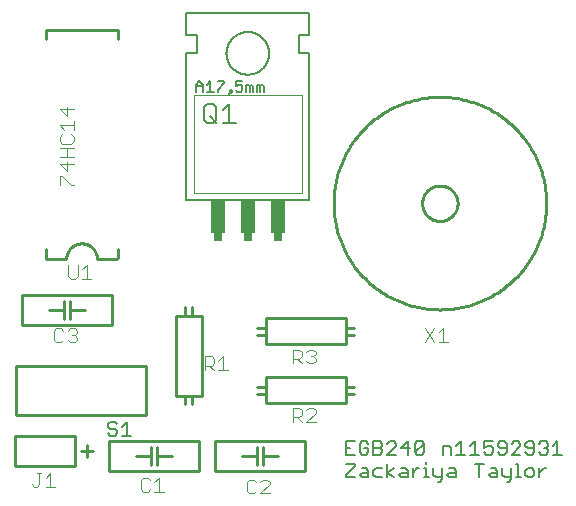
<source format=gto>
G75*
%MOIN*%
%OFA0B0*%
%FSLAX25Y25*%
%IPPOS*%
%LPD*%
%AMOC8*
5,1,8,0,0,1.08239X$1,22.5*
%
%ADD10C,0.00600*%
%ADD11C,0.01000*%
%ADD12C,0.00400*%
%ADD13C,0.00500*%
%ADD14C,0.00200*%
%ADD15R,0.03000X0.02500*%
%ADD16R,0.05000X0.11000*%
%ADD17C,0.00700*%
D10*
X0159460Y0017882D02*
X0162396Y0017882D01*
X0164064Y0018616D02*
X0164798Y0019350D01*
X0167000Y0019350D01*
X0167000Y0020084D02*
X0167000Y0017882D01*
X0164798Y0017882D01*
X0164064Y0018616D01*
X0164798Y0020818D02*
X0166266Y0020818D01*
X0167000Y0020084D01*
X0168668Y0020084D02*
X0168668Y0018616D01*
X0169402Y0017882D01*
X0171604Y0017882D01*
X0173272Y0017882D02*
X0173272Y0022286D01*
X0171604Y0020818D02*
X0169402Y0020818D01*
X0168668Y0020084D01*
X0173272Y0019350D02*
X0175474Y0020818D01*
X0177843Y0020818D02*
X0179311Y0020818D01*
X0180045Y0020084D01*
X0180045Y0017882D01*
X0177843Y0017882D01*
X0177109Y0018616D01*
X0177843Y0019350D01*
X0180045Y0019350D01*
X0181713Y0019350D02*
X0183181Y0020818D01*
X0183915Y0020818D01*
X0185549Y0020818D02*
X0186283Y0020818D01*
X0186283Y0017882D01*
X0185549Y0017882D02*
X0187017Y0017882D01*
X0188619Y0018616D02*
X0188619Y0020818D01*
X0188619Y0018616D02*
X0189353Y0017882D01*
X0191555Y0017882D01*
X0191555Y0017148D02*
X0190821Y0016414D01*
X0190087Y0016414D01*
X0191555Y0017148D02*
X0191555Y0020818D01*
X0193957Y0020818D02*
X0195424Y0020818D01*
X0196158Y0020084D01*
X0196158Y0017882D01*
X0193957Y0017882D01*
X0193223Y0018616D01*
X0193957Y0019350D01*
X0196158Y0019350D01*
X0196292Y0025382D02*
X0199228Y0025382D01*
X0197760Y0025382D02*
X0197760Y0029786D01*
X0196292Y0028318D01*
X0194624Y0027584D02*
X0194624Y0025382D01*
X0194624Y0027584D02*
X0193890Y0028318D01*
X0191688Y0028318D01*
X0191688Y0025382D01*
X0186283Y0023020D02*
X0186283Y0022286D01*
X0184682Y0025382D02*
X0183214Y0025382D01*
X0182480Y0026116D01*
X0185416Y0029052D01*
X0185416Y0026116D01*
X0184682Y0025382D01*
X0182480Y0026116D02*
X0182480Y0029052D01*
X0183214Y0029786D01*
X0184682Y0029786D01*
X0185416Y0029052D01*
X0180812Y0027584D02*
X0177876Y0027584D01*
X0180078Y0029786D01*
X0180078Y0025382D01*
X0176208Y0025382D02*
X0173272Y0025382D01*
X0176208Y0028318D01*
X0176208Y0029052D01*
X0175474Y0029786D01*
X0174006Y0029786D01*
X0173272Y0029052D01*
X0171604Y0029052D02*
X0171604Y0028318D01*
X0170870Y0027584D01*
X0168668Y0027584D01*
X0167000Y0027584D02*
X0167000Y0026116D01*
X0166266Y0025382D01*
X0164798Y0025382D01*
X0164064Y0026116D01*
X0164064Y0029052D01*
X0164798Y0029786D01*
X0166266Y0029786D01*
X0167000Y0029052D01*
X0167000Y0027584D02*
X0165532Y0027584D01*
X0162396Y0029786D02*
X0159460Y0029786D01*
X0159460Y0025382D01*
X0162396Y0025382D01*
X0160928Y0027584D02*
X0159460Y0027584D01*
X0159460Y0022286D02*
X0162396Y0022286D01*
X0162396Y0021552D01*
X0159460Y0018616D01*
X0159460Y0017882D01*
X0168668Y0025382D02*
X0170870Y0025382D01*
X0171604Y0026116D01*
X0171604Y0026850D01*
X0170870Y0027584D01*
X0171604Y0029052D02*
X0170870Y0029786D01*
X0168668Y0029786D01*
X0168668Y0025382D01*
X0173272Y0019350D02*
X0175474Y0017882D01*
X0181713Y0017882D02*
X0181713Y0020818D01*
X0200896Y0025382D02*
X0203832Y0025382D01*
X0202364Y0025382D02*
X0202364Y0029786D01*
X0200896Y0028318D01*
X0205500Y0027584D02*
X0206968Y0028318D01*
X0207702Y0028318D01*
X0208436Y0027584D01*
X0208436Y0026116D01*
X0207702Y0025382D01*
X0206234Y0025382D01*
X0205500Y0026116D01*
X0205500Y0027584D02*
X0205500Y0029786D01*
X0208436Y0029786D01*
X0210104Y0029052D02*
X0210104Y0028318D01*
X0210838Y0027584D01*
X0213040Y0027584D01*
X0213040Y0029052D02*
X0212306Y0029786D01*
X0210838Y0029786D01*
X0210104Y0029052D01*
X0213040Y0029052D02*
X0213040Y0026116D01*
X0212306Y0025382D01*
X0210838Y0025382D01*
X0210104Y0026116D01*
X0214708Y0025382D02*
X0217643Y0028318D01*
X0217643Y0029052D01*
X0216909Y0029786D01*
X0215442Y0029786D01*
X0214708Y0029052D01*
X0214708Y0025382D02*
X0217643Y0025382D01*
X0219312Y0026116D02*
X0220045Y0025382D01*
X0221513Y0025382D01*
X0222247Y0026116D01*
X0222247Y0029052D01*
X0221513Y0029786D01*
X0220045Y0029786D01*
X0219312Y0029052D01*
X0219312Y0028318D01*
X0220045Y0027584D01*
X0222247Y0027584D01*
X0223915Y0029052D02*
X0224649Y0029786D01*
X0226117Y0029786D01*
X0226851Y0029052D01*
X0226851Y0028318D01*
X0226117Y0027584D01*
X0226851Y0026850D01*
X0226851Y0026116D01*
X0226117Y0025382D01*
X0224649Y0025382D01*
X0223915Y0026116D01*
X0225383Y0027584D02*
X0226117Y0027584D01*
X0228519Y0028318D02*
X0229987Y0029786D01*
X0229987Y0025382D01*
X0228519Y0025382D02*
X0231455Y0025382D01*
X0226117Y0020818D02*
X0225383Y0020818D01*
X0223915Y0019350D01*
X0223915Y0017882D02*
X0223915Y0020818D01*
X0222247Y0020084D02*
X0222247Y0018616D01*
X0221513Y0017882D01*
X0220045Y0017882D01*
X0219312Y0018616D01*
X0219312Y0020084D01*
X0220045Y0020818D01*
X0221513Y0020818D01*
X0222247Y0020084D01*
X0217710Y0017882D02*
X0216242Y0017882D01*
X0216976Y0017882D02*
X0216976Y0022286D01*
X0216242Y0022286D01*
X0214574Y0020818D02*
X0214574Y0017148D01*
X0213840Y0016414D01*
X0213106Y0016414D01*
X0212372Y0017882D02*
X0211638Y0018616D01*
X0211638Y0020818D01*
X0209970Y0020084D02*
X0209970Y0017882D01*
X0207768Y0017882D01*
X0207034Y0018616D01*
X0207768Y0019350D01*
X0209970Y0019350D01*
X0209970Y0020084D02*
X0209236Y0020818D01*
X0207768Y0020818D01*
X0205366Y0022286D02*
X0202430Y0022286D01*
X0203898Y0022286D02*
X0203898Y0017882D01*
X0212372Y0017882D02*
X0214574Y0017882D01*
D11*
X0049249Y0021472D02*
X0049249Y0031472D01*
X0069249Y0031472D01*
X0069249Y0021472D01*
X0049249Y0021472D01*
X0049564Y0038480D02*
X0049564Y0055016D01*
X0092871Y0055016D01*
X0092871Y0038480D01*
X0049564Y0038480D01*
X0071249Y0026472D02*
X0075249Y0026472D01*
X0073249Y0028472D02*
X0073249Y0024472D01*
X0080469Y0019937D02*
X0080469Y0029937D01*
X0110469Y0029937D01*
X0110469Y0019937D01*
X0080469Y0019937D01*
X0089469Y0024937D02*
X0094469Y0024937D01*
X0096469Y0024937D02*
X0101469Y0024937D01*
X0096469Y0021937D02*
X0096469Y0027937D01*
X0094469Y0027937D02*
X0094469Y0021937D01*
X0115784Y0019937D02*
X0115784Y0029937D01*
X0145784Y0029937D01*
X0145784Y0019937D01*
X0115784Y0019937D01*
X0124784Y0024937D02*
X0129784Y0024937D01*
X0131784Y0024937D02*
X0136784Y0024937D01*
X0131784Y0021937D02*
X0131784Y0027937D01*
X0129784Y0027937D02*
X0129784Y0021937D01*
X0132713Y0042575D02*
X0132713Y0045724D01*
X0129957Y0045724D01*
X0132713Y0045724D02*
X0132713Y0048087D01*
X0129957Y0048087D01*
X0132713Y0048087D02*
X0132713Y0051236D01*
X0159485Y0051236D01*
X0159485Y0048087D01*
X0162241Y0048087D01*
X0159485Y0048087D02*
X0159485Y0045724D01*
X0162241Y0045724D01*
X0159485Y0045724D02*
X0159485Y0042575D01*
X0132713Y0042575D01*
X0132713Y0062106D02*
X0132713Y0065256D01*
X0129957Y0065256D01*
X0129957Y0067618D02*
X0132713Y0067618D01*
X0132713Y0070768D01*
X0159485Y0070768D01*
X0159485Y0067618D01*
X0162241Y0067618D01*
X0162241Y0065256D02*
X0159485Y0065256D01*
X0159485Y0062106D01*
X0132713Y0062106D01*
X0132713Y0065256D02*
X0132713Y0067618D01*
X0111368Y0071697D02*
X0111368Y0044925D01*
X0108219Y0044925D01*
X0108219Y0042169D01*
X0105857Y0042169D02*
X0105857Y0044925D01*
X0102707Y0044925D01*
X0102707Y0071697D01*
X0105857Y0071697D01*
X0105857Y0074453D01*
X0108219Y0074453D02*
X0108219Y0071697D01*
X0111368Y0071697D01*
X0108219Y0071697D02*
X0105857Y0071697D01*
X0083375Y0090874D02*
X0083375Y0093874D01*
X0083186Y0090685D02*
X0076493Y0090685D01*
X0076491Y0090827D01*
X0076485Y0090969D01*
X0076475Y0091111D01*
X0076461Y0091253D01*
X0076444Y0091394D01*
X0076422Y0091535D01*
X0076396Y0091675D01*
X0076367Y0091814D01*
X0076334Y0091952D01*
X0076296Y0092090D01*
X0076256Y0092226D01*
X0076211Y0092361D01*
X0076162Y0092495D01*
X0076110Y0092627D01*
X0076054Y0092758D01*
X0075995Y0092887D01*
X0075932Y0093015D01*
X0075865Y0093141D01*
X0075795Y0093265D01*
X0075722Y0093386D01*
X0075645Y0093506D01*
X0075565Y0093624D01*
X0075482Y0093739D01*
X0075395Y0093852D01*
X0075306Y0093963D01*
X0075213Y0094071D01*
X0075118Y0094176D01*
X0075019Y0094279D01*
X0074918Y0094379D01*
X0074814Y0094476D01*
X0074707Y0094570D01*
X0074598Y0094661D01*
X0074486Y0094749D01*
X0074372Y0094834D01*
X0074255Y0094916D01*
X0074137Y0094994D01*
X0074016Y0095069D01*
X0073893Y0095141D01*
X0073768Y0095209D01*
X0073641Y0095274D01*
X0073513Y0095335D01*
X0073383Y0095393D01*
X0073251Y0095447D01*
X0073118Y0095497D01*
X0072984Y0095544D01*
X0072848Y0095586D01*
X0072711Y0095626D01*
X0072573Y0095661D01*
X0072434Y0095692D01*
X0072295Y0095720D01*
X0072155Y0095743D01*
X0072014Y0095763D01*
X0071872Y0095779D01*
X0071730Y0095791D01*
X0071588Y0095799D01*
X0071446Y0095803D01*
X0071304Y0095803D01*
X0071162Y0095799D01*
X0071020Y0095791D01*
X0070878Y0095779D01*
X0070736Y0095763D01*
X0070595Y0095743D01*
X0070455Y0095720D01*
X0070316Y0095692D01*
X0070177Y0095661D01*
X0070039Y0095626D01*
X0069902Y0095586D01*
X0069766Y0095544D01*
X0069632Y0095497D01*
X0069499Y0095447D01*
X0069367Y0095393D01*
X0069237Y0095335D01*
X0069109Y0095274D01*
X0068982Y0095209D01*
X0068857Y0095141D01*
X0068734Y0095069D01*
X0068613Y0094994D01*
X0068495Y0094916D01*
X0068378Y0094834D01*
X0068264Y0094749D01*
X0068152Y0094661D01*
X0068043Y0094570D01*
X0067936Y0094476D01*
X0067832Y0094379D01*
X0067731Y0094279D01*
X0067632Y0094176D01*
X0067537Y0094071D01*
X0067444Y0093963D01*
X0067355Y0093852D01*
X0067268Y0093739D01*
X0067185Y0093624D01*
X0067105Y0093506D01*
X0067028Y0093386D01*
X0066955Y0093265D01*
X0066885Y0093141D01*
X0066818Y0093015D01*
X0066755Y0092887D01*
X0066696Y0092758D01*
X0066640Y0092627D01*
X0066588Y0092495D01*
X0066539Y0092361D01*
X0066494Y0092226D01*
X0066454Y0092090D01*
X0066416Y0091952D01*
X0066383Y0091814D01*
X0066354Y0091675D01*
X0066328Y0091535D01*
X0066306Y0091394D01*
X0066289Y0091253D01*
X0066275Y0091111D01*
X0066265Y0090969D01*
X0066259Y0090827D01*
X0066257Y0090685D01*
X0059564Y0090685D01*
X0059375Y0090874D02*
X0059375Y0093874D01*
X0051575Y0078638D02*
X0081575Y0078638D01*
X0081575Y0068638D01*
X0051575Y0068638D01*
X0051575Y0078638D01*
X0060575Y0073638D02*
X0065575Y0073638D01*
X0067575Y0073638D02*
X0072575Y0073638D01*
X0067575Y0070638D02*
X0067575Y0076638D01*
X0065575Y0076638D02*
X0065575Y0070638D01*
X0105857Y0044925D02*
X0108219Y0044925D01*
X0159485Y0065256D02*
X0159485Y0067618D01*
X0184878Y0109189D02*
X0184880Y0109342D01*
X0184886Y0109496D01*
X0184896Y0109649D01*
X0184910Y0109801D01*
X0184928Y0109954D01*
X0184950Y0110105D01*
X0184975Y0110256D01*
X0185005Y0110407D01*
X0185039Y0110557D01*
X0185076Y0110705D01*
X0185117Y0110853D01*
X0185162Y0110999D01*
X0185211Y0111145D01*
X0185264Y0111289D01*
X0185320Y0111431D01*
X0185380Y0111572D01*
X0185444Y0111712D01*
X0185511Y0111850D01*
X0185582Y0111986D01*
X0185657Y0112120D01*
X0185734Y0112252D01*
X0185816Y0112382D01*
X0185900Y0112510D01*
X0185988Y0112636D01*
X0186079Y0112759D01*
X0186173Y0112880D01*
X0186271Y0112998D01*
X0186371Y0113114D01*
X0186475Y0113227D01*
X0186581Y0113338D01*
X0186690Y0113446D01*
X0186802Y0113551D01*
X0186916Y0113652D01*
X0187034Y0113751D01*
X0187153Y0113847D01*
X0187275Y0113940D01*
X0187400Y0114029D01*
X0187527Y0114116D01*
X0187656Y0114198D01*
X0187787Y0114278D01*
X0187920Y0114354D01*
X0188055Y0114427D01*
X0188192Y0114496D01*
X0188331Y0114561D01*
X0188471Y0114623D01*
X0188613Y0114681D01*
X0188756Y0114736D01*
X0188901Y0114787D01*
X0189047Y0114834D01*
X0189194Y0114877D01*
X0189342Y0114916D01*
X0189491Y0114952D01*
X0189641Y0114983D01*
X0189792Y0115011D01*
X0189943Y0115035D01*
X0190096Y0115055D01*
X0190248Y0115071D01*
X0190401Y0115083D01*
X0190554Y0115091D01*
X0190707Y0115095D01*
X0190861Y0115095D01*
X0191014Y0115091D01*
X0191167Y0115083D01*
X0191320Y0115071D01*
X0191472Y0115055D01*
X0191625Y0115035D01*
X0191776Y0115011D01*
X0191927Y0114983D01*
X0192077Y0114952D01*
X0192226Y0114916D01*
X0192374Y0114877D01*
X0192521Y0114834D01*
X0192667Y0114787D01*
X0192812Y0114736D01*
X0192955Y0114681D01*
X0193097Y0114623D01*
X0193237Y0114561D01*
X0193376Y0114496D01*
X0193513Y0114427D01*
X0193648Y0114354D01*
X0193781Y0114278D01*
X0193912Y0114198D01*
X0194041Y0114116D01*
X0194168Y0114029D01*
X0194293Y0113940D01*
X0194415Y0113847D01*
X0194534Y0113751D01*
X0194652Y0113652D01*
X0194766Y0113551D01*
X0194878Y0113446D01*
X0194987Y0113338D01*
X0195093Y0113227D01*
X0195197Y0113114D01*
X0195297Y0112998D01*
X0195395Y0112880D01*
X0195489Y0112759D01*
X0195580Y0112636D01*
X0195668Y0112510D01*
X0195752Y0112382D01*
X0195834Y0112252D01*
X0195911Y0112120D01*
X0195986Y0111986D01*
X0196057Y0111850D01*
X0196124Y0111712D01*
X0196188Y0111572D01*
X0196248Y0111431D01*
X0196304Y0111289D01*
X0196357Y0111145D01*
X0196406Y0110999D01*
X0196451Y0110853D01*
X0196492Y0110705D01*
X0196529Y0110557D01*
X0196563Y0110407D01*
X0196593Y0110256D01*
X0196618Y0110105D01*
X0196640Y0109954D01*
X0196658Y0109801D01*
X0196672Y0109649D01*
X0196682Y0109496D01*
X0196688Y0109342D01*
X0196690Y0109189D01*
X0196688Y0109036D01*
X0196682Y0108882D01*
X0196672Y0108729D01*
X0196658Y0108577D01*
X0196640Y0108424D01*
X0196618Y0108273D01*
X0196593Y0108122D01*
X0196563Y0107971D01*
X0196529Y0107821D01*
X0196492Y0107673D01*
X0196451Y0107525D01*
X0196406Y0107379D01*
X0196357Y0107233D01*
X0196304Y0107089D01*
X0196248Y0106947D01*
X0196188Y0106806D01*
X0196124Y0106666D01*
X0196057Y0106528D01*
X0195986Y0106392D01*
X0195911Y0106258D01*
X0195834Y0106126D01*
X0195752Y0105996D01*
X0195668Y0105868D01*
X0195580Y0105742D01*
X0195489Y0105619D01*
X0195395Y0105498D01*
X0195297Y0105380D01*
X0195197Y0105264D01*
X0195093Y0105151D01*
X0194987Y0105040D01*
X0194878Y0104932D01*
X0194766Y0104827D01*
X0194652Y0104726D01*
X0194534Y0104627D01*
X0194415Y0104531D01*
X0194293Y0104438D01*
X0194168Y0104349D01*
X0194041Y0104262D01*
X0193912Y0104180D01*
X0193781Y0104100D01*
X0193648Y0104024D01*
X0193513Y0103951D01*
X0193376Y0103882D01*
X0193237Y0103817D01*
X0193097Y0103755D01*
X0192955Y0103697D01*
X0192812Y0103642D01*
X0192667Y0103591D01*
X0192521Y0103544D01*
X0192374Y0103501D01*
X0192226Y0103462D01*
X0192077Y0103426D01*
X0191927Y0103395D01*
X0191776Y0103367D01*
X0191625Y0103343D01*
X0191472Y0103323D01*
X0191320Y0103307D01*
X0191167Y0103295D01*
X0191014Y0103287D01*
X0190861Y0103283D01*
X0190707Y0103283D01*
X0190554Y0103287D01*
X0190401Y0103295D01*
X0190248Y0103307D01*
X0190096Y0103323D01*
X0189943Y0103343D01*
X0189792Y0103367D01*
X0189641Y0103395D01*
X0189491Y0103426D01*
X0189342Y0103462D01*
X0189194Y0103501D01*
X0189047Y0103544D01*
X0188901Y0103591D01*
X0188756Y0103642D01*
X0188613Y0103697D01*
X0188471Y0103755D01*
X0188331Y0103817D01*
X0188192Y0103882D01*
X0188055Y0103951D01*
X0187920Y0104024D01*
X0187787Y0104100D01*
X0187656Y0104180D01*
X0187527Y0104262D01*
X0187400Y0104349D01*
X0187275Y0104438D01*
X0187153Y0104531D01*
X0187034Y0104627D01*
X0186916Y0104726D01*
X0186802Y0104827D01*
X0186690Y0104932D01*
X0186581Y0105040D01*
X0186475Y0105151D01*
X0186371Y0105264D01*
X0186271Y0105380D01*
X0186173Y0105498D01*
X0186079Y0105619D01*
X0185988Y0105742D01*
X0185900Y0105868D01*
X0185816Y0105996D01*
X0185734Y0106126D01*
X0185657Y0106258D01*
X0185582Y0106392D01*
X0185511Y0106528D01*
X0185444Y0106666D01*
X0185380Y0106806D01*
X0185320Y0106947D01*
X0185264Y0107089D01*
X0185211Y0107233D01*
X0185162Y0107379D01*
X0185117Y0107525D01*
X0185076Y0107673D01*
X0185039Y0107821D01*
X0185005Y0107971D01*
X0184975Y0108122D01*
X0184950Y0108273D01*
X0184928Y0108424D01*
X0184910Y0108577D01*
X0184896Y0108729D01*
X0184886Y0108882D01*
X0184880Y0109036D01*
X0184878Y0109189D01*
X0155351Y0109189D02*
X0155362Y0110059D01*
X0155394Y0110928D01*
X0155447Y0111796D01*
X0155522Y0112662D01*
X0155617Y0113526D01*
X0155735Y0114388D01*
X0155873Y0115247D01*
X0156032Y0116102D01*
X0156212Y0116952D01*
X0156413Y0117799D01*
X0156635Y0118639D01*
X0156877Y0119475D01*
X0157139Y0120304D01*
X0157422Y0121126D01*
X0157725Y0121941D01*
X0158048Y0122749D01*
X0158391Y0123548D01*
X0158753Y0124339D01*
X0159134Y0125120D01*
X0159535Y0125892D01*
X0159954Y0126654D01*
X0160392Y0127405D01*
X0160848Y0128146D01*
X0161323Y0128875D01*
X0161815Y0129592D01*
X0162324Y0130296D01*
X0162851Y0130989D01*
X0163394Y0131667D01*
X0163954Y0132333D01*
X0164530Y0132984D01*
X0165122Y0133621D01*
X0165729Y0134244D01*
X0166352Y0134851D01*
X0166989Y0135443D01*
X0167640Y0136019D01*
X0168306Y0136579D01*
X0168984Y0137122D01*
X0169677Y0137649D01*
X0170381Y0138158D01*
X0171098Y0138650D01*
X0171827Y0139125D01*
X0172568Y0139581D01*
X0173319Y0140019D01*
X0174081Y0140438D01*
X0174853Y0140839D01*
X0175634Y0141220D01*
X0176425Y0141582D01*
X0177224Y0141925D01*
X0178032Y0142248D01*
X0178847Y0142551D01*
X0179669Y0142834D01*
X0180498Y0143096D01*
X0181334Y0143338D01*
X0182174Y0143560D01*
X0183021Y0143761D01*
X0183871Y0143941D01*
X0184726Y0144100D01*
X0185585Y0144238D01*
X0186447Y0144356D01*
X0187311Y0144451D01*
X0188177Y0144526D01*
X0189045Y0144579D01*
X0189914Y0144611D01*
X0190784Y0144622D01*
X0191654Y0144611D01*
X0192523Y0144579D01*
X0193391Y0144526D01*
X0194257Y0144451D01*
X0195121Y0144356D01*
X0195983Y0144238D01*
X0196842Y0144100D01*
X0197697Y0143941D01*
X0198547Y0143761D01*
X0199394Y0143560D01*
X0200234Y0143338D01*
X0201070Y0143096D01*
X0201899Y0142834D01*
X0202721Y0142551D01*
X0203536Y0142248D01*
X0204344Y0141925D01*
X0205143Y0141582D01*
X0205934Y0141220D01*
X0206715Y0140839D01*
X0207487Y0140438D01*
X0208249Y0140019D01*
X0209000Y0139581D01*
X0209741Y0139125D01*
X0210470Y0138650D01*
X0211187Y0138158D01*
X0211891Y0137649D01*
X0212584Y0137122D01*
X0213262Y0136579D01*
X0213928Y0136019D01*
X0214579Y0135443D01*
X0215216Y0134851D01*
X0215839Y0134244D01*
X0216446Y0133621D01*
X0217038Y0132984D01*
X0217614Y0132333D01*
X0218174Y0131667D01*
X0218717Y0130989D01*
X0219244Y0130296D01*
X0219753Y0129592D01*
X0220245Y0128875D01*
X0220720Y0128146D01*
X0221176Y0127405D01*
X0221614Y0126654D01*
X0222033Y0125892D01*
X0222434Y0125120D01*
X0222815Y0124339D01*
X0223177Y0123548D01*
X0223520Y0122749D01*
X0223843Y0121941D01*
X0224146Y0121126D01*
X0224429Y0120304D01*
X0224691Y0119475D01*
X0224933Y0118639D01*
X0225155Y0117799D01*
X0225356Y0116952D01*
X0225536Y0116102D01*
X0225695Y0115247D01*
X0225833Y0114388D01*
X0225951Y0113526D01*
X0226046Y0112662D01*
X0226121Y0111796D01*
X0226174Y0110928D01*
X0226206Y0110059D01*
X0226217Y0109189D01*
X0226206Y0108319D01*
X0226174Y0107450D01*
X0226121Y0106582D01*
X0226046Y0105716D01*
X0225951Y0104852D01*
X0225833Y0103990D01*
X0225695Y0103131D01*
X0225536Y0102276D01*
X0225356Y0101426D01*
X0225155Y0100579D01*
X0224933Y0099739D01*
X0224691Y0098903D01*
X0224429Y0098074D01*
X0224146Y0097252D01*
X0223843Y0096437D01*
X0223520Y0095629D01*
X0223177Y0094830D01*
X0222815Y0094039D01*
X0222434Y0093258D01*
X0222033Y0092486D01*
X0221614Y0091724D01*
X0221176Y0090973D01*
X0220720Y0090232D01*
X0220245Y0089503D01*
X0219753Y0088786D01*
X0219244Y0088082D01*
X0218717Y0087389D01*
X0218174Y0086711D01*
X0217614Y0086045D01*
X0217038Y0085394D01*
X0216446Y0084757D01*
X0215839Y0084134D01*
X0215216Y0083527D01*
X0214579Y0082935D01*
X0213928Y0082359D01*
X0213262Y0081799D01*
X0212584Y0081256D01*
X0211891Y0080729D01*
X0211187Y0080220D01*
X0210470Y0079728D01*
X0209741Y0079253D01*
X0209000Y0078797D01*
X0208249Y0078359D01*
X0207487Y0077940D01*
X0206715Y0077539D01*
X0205934Y0077158D01*
X0205143Y0076796D01*
X0204344Y0076453D01*
X0203536Y0076130D01*
X0202721Y0075827D01*
X0201899Y0075544D01*
X0201070Y0075282D01*
X0200234Y0075040D01*
X0199394Y0074818D01*
X0198547Y0074617D01*
X0197697Y0074437D01*
X0196842Y0074278D01*
X0195983Y0074140D01*
X0195121Y0074022D01*
X0194257Y0073927D01*
X0193391Y0073852D01*
X0192523Y0073799D01*
X0191654Y0073767D01*
X0190784Y0073756D01*
X0189914Y0073767D01*
X0189045Y0073799D01*
X0188177Y0073852D01*
X0187311Y0073927D01*
X0186447Y0074022D01*
X0185585Y0074140D01*
X0184726Y0074278D01*
X0183871Y0074437D01*
X0183021Y0074617D01*
X0182174Y0074818D01*
X0181334Y0075040D01*
X0180498Y0075282D01*
X0179669Y0075544D01*
X0178847Y0075827D01*
X0178032Y0076130D01*
X0177224Y0076453D01*
X0176425Y0076796D01*
X0175634Y0077158D01*
X0174853Y0077539D01*
X0174081Y0077940D01*
X0173319Y0078359D01*
X0172568Y0078797D01*
X0171827Y0079253D01*
X0171098Y0079728D01*
X0170381Y0080220D01*
X0169677Y0080729D01*
X0168984Y0081256D01*
X0168306Y0081799D01*
X0167640Y0082359D01*
X0166989Y0082935D01*
X0166352Y0083527D01*
X0165729Y0084134D01*
X0165122Y0084757D01*
X0164530Y0085394D01*
X0163954Y0086045D01*
X0163394Y0086711D01*
X0162851Y0087389D01*
X0162324Y0088082D01*
X0161815Y0088786D01*
X0161323Y0089503D01*
X0160848Y0090232D01*
X0160392Y0090973D01*
X0159954Y0091724D01*
X0159535Y0092486D01*
X0159134Y0093258D01*
X0158753Y0094039D01*
X0158391Y0094830D01*
X0158048Y0095629D01*
X0157725Y0096437D01*
X0157422Y0097252D01*
X0157139Y0098074D01*
X0156877Y0098903D01*
X0156635Y0099739D01*
X0156413Y0100579D01*
X0156212Y0101426D01*
X0156032Y0102276D01*
X0155873Y0103131D01*
X0155735Y0103990D01*
X0155617Y0104852D01*
X0155522Y0105716D01*
X0155447Y0106582D01*
X0155394Y0107450D01*
X0155362Y0108319D01*
X0155351Y0109189D01*
X0083375Y0163874D02*
X0083375Y0166874D01*
X0083186Y0167063D02*
X0059564Y0167063D01*
X0059375Y0166874D02*
X0059375Y0163874D01*
D12*
X0066373Y0141351D02*
X0066373Y0138282D01*
X0064071Y0140584D01*
X0068675Y0140584D01*
X0068675Y0136747D02*
X0068675Y0133678D01*
X0068675Y0135213D02*
X0064071Y0135213D01*
X0065605Y0133678D01*
X0064838Y0132143D02*
X0064071Y0131376D01*
X0064071Y0129841D01*
X0064838Y0129074D01*
X0067907Y0129074D01*
X0068675Y0129841D01*
X0068675Y0131376D01*
X0067907Y0132143D01*
X0068675Y0127539D02*
X0064071Y0127539D01*
X0066373Y0127539D02*
X0066373Y0124470D01*
X0066373Y0122935D02*
X0066373Y0119866D01*
X0064071Y0122168D01*
X0068675Y0122168D01*
X0068675Y0124470D02*
X0064071Y0124470D01*
X0064071Y0118331D02*
X0064838Y0118331D01*
X0067907Y0115262D01*
X0068675Y0115262D01*
X0064071Y0115262D02*
X0064071Y0118331D01*
X0066971Y0088678D02*
X0066971Y0084841D01*
X0067738Y0084074D01*
X0069273Y0084074D01*
X0070040Y0084841D01*
X0070040Y0088678D01*
X0071575Y0087143D02*
X0073109Y0088678D01*
X0073109Y0084074D01*
X0071575Y0084074D02*
X0074644Y0084074D01*
X0069077Y0067442D02*
X0069844Y0066674D01*
X0069844Y0065907D01*
X0069077Y0065140D01*
X0069844Y0064372D01*
X0069844Y0063605D01*
X0069077Y0062838D01*
X0067542Y0062838D01*
X0066775Y0063605D01*
X0065240Y0063605D02*
X0064473Y0062838D01*
X0062938Y0062838D01*
X0062171Y0063605D01*
X0062171Y0066674D01*
X0062938Y0067442D01*
X0064473Y0067442D01*
X0065240Y0066674D01*
X0066775Y0066674D02*
X0067542Y0067442D01*
X0069077Y0067442D01*
X0069077Y0065140D02*
X0068309Y0065140D01*
X0112382Y0058115D02*
X0112382Y0053511D01*
X0112382Y0055046D02*
X0114684Y0055046D01*
X0115451Y0055813D01*
X0115451Y0057348D01*
X0114684Y0058115D01*
X0112382Y0058115D01*
X0113916Y0055046D02*
X0115451Y0053511D01*
X0116986Y0053511D02*
X0120055Y0053511D01*
X0118520Y0053511D02*
X0118520Y0058115D01*
X0116986Y0056580D01*
X0141695Y0055826D02*
X0141695Y0060430D01*
X0143997Y0060430D01*
X0144764Y0059663D01*
X0144764Y0058128D01*
X0143997Y0057361D01*
X0141695Y0057361D01*
X0143230Y0057361D02*
X0144764Y0055826D01*
X0146299Y0056593D02*
X0147066Y0055826D01*
X0148601Y0055826D01*
X0149368Y0056593D01*
X0149368Y0057361D01*
X0148601Y0058128D01*
X0147834Y0058128D01*
X0148601Y0058128D02*
X0149368Y0058895D01*
X0149368Y0059663D01*
X0148601Y0060430D01*
X0147066Y0060430D01*
X0146299Y0059663D01*
X0147066Y0040898D02*
X0146299Y0040131D01*
X0147066Y0040898D02*
X0148601Y0040898D01*
X0149368Y0040131D01*
X0149368Y0039364D01*
X0146299Y0036294D01*
X0149368Y0036294D01*
X0144764Y0036294D02*
X0143230Y0037829D01*
X0143997Y0037829D02*
X0141695Y0037829D01*
X0141695Y0036294D02*
X0141695Y0040898D01*
X0143997Y0040898D01*
X0144764Y0040131D01*
X0144764Y0038596D01*
X0143997Y0037829D01*
X0133286Y0017087D02*
X0131751Y0017087D01*
X0130984Y0016320D01*
X0129449Y0016320D02*
X0128682Y0017087D01*
X0127147Y0017087D01*
X0126380Y0016320D01*
X0126380Y0013251D01*
X0127147Y0012483D01*
X0128682Y0012483D01*
X0129449Y0013251D01*
X0130984Y0012483D02*
X0134053Y0015553D01*
X0134053Y0016320D01*
X0133286Y0017087D01*
X0134053Y0012483D02*
X0130984Y0012483D01*
X0098738Y0013074D02*
X0095669Y0013074D01*
X0097204Y0013074D02*
X0097204Y0017678D01*
X0095669Y0016143D01*
X0094134Y0016911D02*
X0093367Y0017678D01*
X0091833Y0017678D01*
X0091065Y0016911D01*
X0091065Y0013841D01*
X0091833Y0013074D01*
X0093367Y0013074D01*
X0094134Y0013841D01*
X0062518Y0014672D02*
X0059449Y0014672D01*
X0060983Y0014672D02*
X0060983Y0019276D01*
X0059449Y0017742D01*
X0057914Y0019276D02*
X0056379Y0019276D01*
X0057147Y0019276D02*
X0057147Y0015440D01*
X0056379Y0014672D01*
X0055612Y0014672D01*
X0054845Y0015440D01*
X0185782Y0063050D02*
X0188851Y0067654D01*
X0190386Y0066120D02*
X0191920Y0067654D01*
X0191920Y0063050D01*
X0190386Y0063050D02*
X0193455Y0063050D01*
X0188851Y0063050D02*
X0185782Y0067654D01*
D13*
X0147268Y0110173D02*
X0147268Y0159173D01*
X0143768Y0159173D01*
X0143768Y0165173D01*
X0147268Y0165173D01*
X0147268Y0172673D01*
X0106268Y0172673D01*
X0106268Y0165173D01*
X0109768Y0165173D01*
X0109768Y0159173D01*
X0106268Y0159173D01*
X0106268Y0110173D01*
X0147268Y0110173D01*
X0120292Y0145289D02*
X0121426Y0146423D01*
X0120859Y0146423D01*
X0120859Y0146990D01*
X0121426Y0146990D01*
X0121426Y0146423D01*
X0122686Y0146990D02*
X0123253Y0146423D01*
X0124387Y0146423D01*
X0124954Y0146990D01*
X0124954Y0148125D01*
X0124387Y0148692D01*
X0123820Y0148692D01*
X0122686Y0148125D01*
X0122686Y0149826D01*
X0124954Y0149826D01*
X0126277Y0148692D02*
X0126844Y0148692D01*
X0127411Y0148125D01*
X0127978Y0148692D01*
X0128545Y0148125D01*
X0128545Y0146423D01*
X0127411Y0146423D02*
X0127411Y0148125D01*
X0126277Y0148692D02*
X0126277Y0146423D01*
X0129868Y0146423D02*
X0129868Y0148692D01*
X0130435Y0148692D01*
X0131002Y0148125D01*
X0131569Y0148692D01*
X0132136Y0148125D01*
X0132136Y0146423D01*
X0131002Y0146423D02*
X0131002Y0148125D01*
X0119668Y0159173D02*
X0119670Y0159347D01*
X0119677Y0159521D01*
X0119687Y0159695D01*
X0119702Y0159869D01*
X0119721Y0160042D01*
X0119745Y0160215D01*
X0119773Y0160387D01*
X0119804Y0160558D01*
X0119841Y0160729D01*
X0119881Y0160898D01*
X0119925Y0161067D01*
X0119974Y0161234D01*
X0120026Y0161400D01*
X0120083Y0161565D01*
X0120144Y0161728D01*
X0120208Y0161890D01*
X0120277Y0162050D01*
X0120350Y0162209D01*
X0120426Y0162365D01*
X0120506Y0162520D01*
X0120590Y0162673D01*
X0120678Y0162823D01*
X0120770Y0162971D01*
X0120865Y0163118D01*
X0120963Y0163261D01*
X0121065Y0163402D01*
X0121171Y0163541D01*
X0121280Y0163677D01*
X0121392Y0163811D01*
X0121507Y0163941D01*
X0121626Y0164069D01*
X0121748Y0164193D01*
X0121872Y0164315D01*
X0122000Y0164434D01*
X0122130Y0164549D01*
X0122264Y0164661D01*
X0122400Y0164770D01*
X0122539Y0164876D01*
X0122680Y0164978D01*
X0122823Y0165076D01*
X0122970Y0165171D01*
X0123118Y0165263D01*
X0123268Y0165351D01*
X0123421Y0165435D01*
X0123576Y0165515D01*
X0123732Y0165591D01*
X0123891Y0165664D01*
X0124051Y0165733D01*
X0124213Y0165797D01*
X0124376Y0165858D01*
X0124541Y0165915D01*
X0124707Y0165967D01*
X0124874Y0166016D01*
X0125043Y0166060D01*
X0125212Y0166100D01*
X0125383Y0166137D01*
X0125554Y0166168D01*
X0125726Y0166196D01*
X0125899Y0166220D01*
X0126072Y0166239D01*
X0126246Y0166254D01*
X0126420Y0166264D01*
X0126594Y0166271D01*
X0126768Y0166273D01*
X0126942Y0166271D01*
X0127116Y0166264D01*
X0127290Y0166254D01*
X0127464Y0166239D01*
X0127637Y0166220D01*
X0127810Y0166196D01*
X0127982Y0166168D01*
X0128153Y0166137D01*
X0128324Y0166100D01*
X0128493Y0166060D01*
X0128662Y0166016D01*
X0128829Y0165967D01*
X0128995Y0165915D01*
X0129160Y0165858D01*
X0129323Y0165797D01*
X0129485Y0165733D01*
X0129645Y0165664D01*
X0129804Y0165591D01*
X0129960Y0165515D01*
X0130115Y0165435D01*
X0130268Y0165351D01*
X0130418Y0165263D01*
X0130566Y0165171D01*
X0130713Y0165076D01*
X0130856Y0164978D01*
X0130997Y0164876D01*
X0131136Y0164770D01*
X0131272Y0164661D01*
X0131406Y0164549D01*
X0131536Y0164434D01*
X0131664Y0164315D01*
X0131788Y0164193D01*
X0131910Y0164069D01*
X0132029Y0163941D01*
X0132144Y0163811D01*
X0132256Y0163677D01*
X0132365Y0163541D01*
X0132471Y0163402D01*
X0132573Y0163261D01*
X0132671Y0163118D01*
X0132766Y0162971D01*
X0132858Y0162823D01*
X0132946Y0162673D01*
X0133030Y0162520D01*
X0133110Y0162365D01*
X0133186Y0162209D01*
X0133259Y0162050D01*
X0133328Y0161890D01*
X0133392Y0161728D01*
X0133453Y0161565D01*
X0133510Y0161400D01*
X0133562Y0161234D01*
X0133611Y0161067D01*
X0133655Y0160898D01*
X0133695Y0160729D01*
X0133732Y0160558D01*
X0133763Y0160387D01*
X0133791Y0160215D01*
X0133815Y0160042D01*
X0133834Y0159869D01*
X0133849Y0159695D01*
X0133859Y0159521D01*
X0133866Y0159347D01*
X0133868Y0159173D01*
X0133866Y0158999D01*
X0133859Y0158825D01*
X0133849Y0158651D01*
X0133834Y0158477D01*
X0133815Y0158304D01*
X0133791Y0158131D01*
X0133763Y0157959D01*
X0133732Y0157788D01*
X0133695Y0157617D01*
X0133655Y0157448D01*
X0133611Y0157279D01*
X0133562Y0157112D01*
X0133510Y0156946D01*
X0133453Y0156781D01*
X0133392Y0156618D01*
X0133328Y0156456D01*
X0133259Y0156296D01*
X0133186Y0156137D01*
X0133110Y0155981D01*
X0133030Y0155826D01*
X0132946Y0155673D01*
X0132858Y0155523D01*
X0132766Y0155375D01*
X0132671Y0155228D01*
X0132573Y0155085D01*
X0132471Y0154944D01*
X0132365Y0154805D01*
X0132256Y0154669D01*
X0132144Y0154535D01*
X0132029Y0154405D01*
X0131910Y0154277D01*
X0131788Y0154153D01*
X0131664Y0154031D01*
X0131536Y0153912D01*
X0131406Y0153797D01*
X0131272Y0153685D01*
X0131136Y0153576D01*
X0130997Y0153470D01*
X0130856Y0153368D01*
X0130713Y0153270D01*
X0130566Y0153175D01*
X0130418Y0153083D01*
X0130268Y0152995D01*
X0130115Y0152911D01*
X0129960Y0152831D01*
X0129804Y0152755D01*
X0129645Y0152682D01*
X0129485Y0152613D01*
X0129323Y0152549D01*
X0129160Y0152488D01*
X0128995Y0152431D01*
X0128829Y0152379D01*
X0128662Y0152330D01*
X0128493Y0152286D01*
X0128324Y0152246D01*
X0128153Y0152209D01*
X0127982Y0152178D01*
X0127810Y0152150D01*
X0127637Y0152126D01*
X0127464Y0152107D01*
X0127290Y0152092D01*
X0127116Y0152082D01*
X0126942Y0152075D01*
X0126768Y0152073D01*
X0126594Y0152075D01*
X0126420Y0152082D01*
X0126246Y0152092D01*
X0126072Y0152107D01*
X0125899Y0152126D01*
X0125726Y0152150D01*
X0125554Y0152178D01*
X0125383Y0152209D01*
X0125212Y0152246D01*
X0125043Y0152286D01*
X0124874Y0152330D01*
X0124707Y0152379D01*
X0124541Y0152431D01*
X0124376Y0152488D01*
X0124213Y0152549D01*
X0124051Y0152613D01*
X0123891Y0152682D01*
X0123732Y0152755D01*
X0123576Y0152831D01*
X0123421Y0152911D01*
X0123268Y0152995D01*
X0123118Y0153083D01*
X0122970Y0153175D01*
X0122823Y0153270D01*
X0122680Y0153368D01*
X0122539Y0153470D01*
X0122400Y0153576D01*
X0122264Y0153685D01*
X0122130Y0153797D01*
X0122000Y0153912D01*
X0121872Y0154031D01*
X0121748Y0154153D01*
X0121626Y0154277D01*
X0121507Y0154405D01*
X0121392Y0154535D01*
X0121280Y0154669D01*
X0121171Y0154805D01*
X0121065Y0154944D01*
X0120963Y0155085D01*
X0120865Y0155228D01*
X0120770Y0155375D01*
X0120678Y0155523D01*
X0120590Y0155673D01*
X0120506Y0155826D01*
X0120426Y0155981D01*
X0120350Y0156137D01*
X0120277Y0156296D01*
X0120208Y0156456D01*
X0120144Y0156618D01*
X0120083Y0156781D01*
X0120026Y0156946D01*
X0119974Y0157112D01*
X0119925Y0157279D01*
X0119881Y0157448D01*
X0119841Y0157617D01*
X0119804Y0157788D01*
X0119773Y0157959D01*
X0119745Y0158131D01*
X0119721Y0158304D01*
X0119702Y0158477D01*
X0119687Y0158651D01*
X0119677Y0158825D01*
X0119670Y0158999D01*
X0119668Y0159173D01*
X0118969Y0149826D02*
X0116701Y0149826D01*
X0118969Y0149826D02*
X0118969Y0149259D01*
X0116701Y0146990D01*
X0116701Y0146423D01*
X0115378Y0146423D02*
X0113109Y0146423D01*
X0114244Y0146423D02*
X0114244Y0149826D01*
X0113109Y0148692D01*
X0111787Y0148692D02*
X0111787Y0146423D01*
X0111787Y0148125D02*
X0109518Y0148125D01*
X0109518Y0148692D02*
X0109518Y0146423D01*
X0109518Y0148692D02*
X0110653Y0149826D01*
X0111787Y0148692D01*
X0086354Y0036266D02*
X0086354Y0031762D01*
X0084853Y0031762D02*
X0087856Y0031762D01*
X0084853Y0034764D02*
X0086354Y0036266D01*
X0083252Y0035515D02*
X0082501Y0036266D01*
X0081000Y0036266D01*
X0080249Y0035515D01*
X0080249Y0034764D01*
X0081000Y0034014D01*
X0082501Y0034014D01*
X0083252Y0033263D01*
X0083252Y0032512D01*
X0082501Y0031762D01*
X0081000Y0031762D01*
X0080249Y0032512D01*
D14*
X0108768Y0112673D02*
X0108768Y0145173D01*
X0144768Y0145173D01*
X0144768Y0112673D01*
X0108768Y0112673D01*
D15*
X0116768Y0097923D03*
X0126768Y0097923D03*
X0136768Y0097923D03*
D16*
X0136768Y0104673D03*
X0126768Y0104673D03*
X0116768Y0104673D03*
D17*
X0116322Y0136023D02*
X0114220Y0138125D01*
X0113169Y0136023D02*
X0112118Y0137074D01*
X0112118Y0141278D01*
X0113169Y0142329D01*
X0115271Y0142329D01*
X0116322Y0141278D01*
X0116322Y0137074D01*
X0115271Y0136023D01*
X0113169Y0136023D01*
X0118564Y0136023D02*
X0122767Y0136023D01*
X0120666Y0136023D02*
X0120666Y0142329D01*
X0118564Y0140227D01*
M02*

</source>
